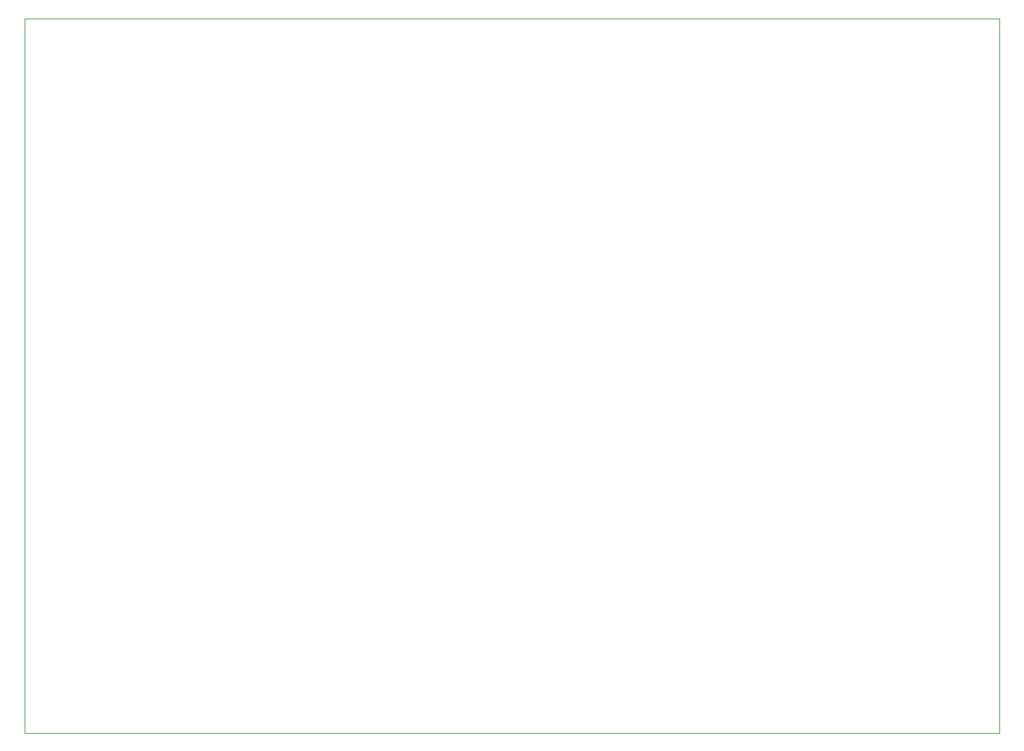
<source format=gbr>
G04 (created by PCBNEW (2013-08-24 BZR 4298)-stable) date Sat 25 Jan 2014 07:06:08 PM PST*
%MOIN*%
G04 Gerber Fmt 3.4, Leading zero omitted, Abs format*
%FSLAX34Y34*%
G01*
G70*
G90*
G04 APERTURE LIST*
%ADD10C,0.005906*%
%ADD11C,0.003937*%
G04 APERTURE END LIST*
G54D10*
G54D11*
X57874Y-23622D02*
X9055Y-23622D01*
X57874Y-59448D02*
X57874Y-23622D01*
X9055Y-59448D02*
X57874Y-59448D01*
X9055Y-23622D02*
X9055Y-59448D01*
M02*

</source>
